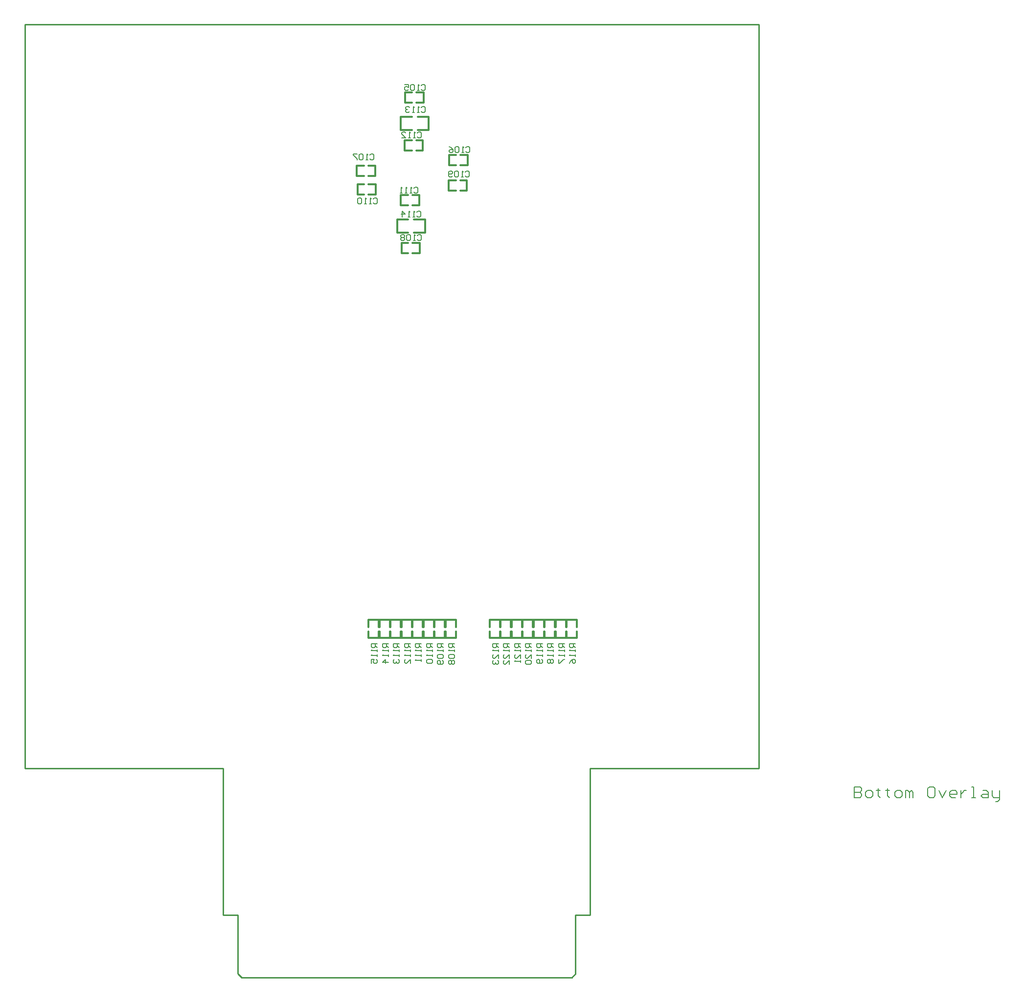
<source format=gbo>
G04*
G04 #@! TF.GenerationSoftware,Altium Limited,CircuitStudio,1.5.2 (30)*
G04*
G04 Layer_Color=12632256*
%FSLAX25Y25*%
%MOIN*%
G70*
G01*
G75*
%ADD29C,0.01200*%
%ADD30C,0.01000*%
%ADD32C,0.00800*%
D29*
X571500Y1314000D02*
X578500D01*
X571500Y1301500D02*
X578500D01*
Y1309000D02*
Y1314000D01*
X571500Y1309000D02*
Y1314000D01*
Y1301500D02*
Y1306000D01*
X578500Y1301500D02*
Y1306000D01*
X520000Y1587000D02*
X527500D01*
X520000Y1578000D02*
X527500D01*
X508500D02*
X516000D01*
X508500Y1587000D02*
X516000D01*
X527500Y1578000D02*
Y1587000D01*
X508500Y1578000D02*
Y1587000D01*
X522500Y1657000D02*
X530000D01*
X522500Y1648000D02*
X530000D01*
X511000D02*
X518500D01*
X511000Y1657000D02*
X518500D01*
X530000Y1648000D02*
Y1657000D01*
X511000Y1648000D02*
Y1657000D01*
X521500Y1641000D02*
X526000D01*
X521500Y1634000D02*
X526000D01*
X513500D02*
X518500D01*
X513500Y1641000D02*
X518500D01*
X526000Y1634000D02*
Y1641000D01*
X513500Y1634000D02*
Y1641000D01*
X519000Y1603500D02*
X523500D01*
X519000Y1596500D02*
X523500D01*
X511000D02*
X516000D01*
X511000Y1603500D02*
X516000D01*
X523500Y1596500D02*
Y1603500D01*
X511000Y1596500D02*
Y1603500D01*
X481500Y1604000D02*
X486000D01*
X481500Y1611000D02*
X486000D01*
X489000D02*
X494000D01*
X489000Y1604000D02*
X494000D01*
X481500D02*
Y1611000D01*
X494000Y1604000D02*
Y1611000D01*
X551500Y1613500D02*
X556000D01*
X551500Y1606500D02*
X556000D01*
X543500D02*
X548500D01*
X543500Y1613500D02*
X548500D01*
X556000Y1606500D02*
Y1613500D01*
X543500Y1606500D02*
Y1613500D01*
X511500Y1564000D02*
X516000D01*
X511500Y1571000D02*
X516000D01*
X519000D02*
X524000D01*
X519000Y1564000D02*
X524000D01*
X511500D02*
Y1571000D01*
X524000Y1564000D02*
Y1571000D01*
X489000Y1623500D02*
X493500D01*
X489000Y1616500D02*
X493500D01*
X481000D02*
X486000D01*
X481000Y1623500D02*
X486000D01*
X493500Y1616500D02*
Y1623500D01*
X481000Y1616500D02*
Y1623500D01*
X544000Y1624000D02*
X548500D01*
X544000Y1631000D02*
X548500D01*
X551500D02*
X556500D01*
X551500Y1624000D02*
X556500D01*
X544000D02*
Y1631000D01*
X556500Y1624000D02*
Y1631000D01*
X514000Y1666500D02*
X518500D01*
X514000Y1673500D02*
X518500D01*
X521500D02*
X526500D01*
X521500Y1666500D02*
X526500D01*
X514000D02*
Y1673500D01*
X526500Y1666500D02*
Y1673500D01*
X541500Y1314000D02*
X548500D01*
X541500Y1301500D02*
X548500D01*
Y1309000D02*
Y1314000D01*
X541500Y1309000D02*
Y1314000D01*
Y1301500D02*
Y1306000D01*
X548500Y1301500D02*
Y1306000D01*
X534000Y1314000D02*
X541000D01*
X534000Y1301500D02*
X541000D01*
Y1309000D02*
Y1314000D01*
X534000Y1309000D02*
Y1314000D01*
Y1301500D02*
Y1306000D01*
X541000Y1301500D02*
Y1306000D01*
X526500Y1314000D02*
X533500D01*
X526500Y1301500D02*
X533500D01*
Y1309000D02*
Y1314000D01*
X526500Y1309000D02*
Y1314000D01*
Y1301500D02*
Y1306000D01*
X533500Y1301500D02*
Y1306000D01*
X519000Y1314000D02*
X526000D01*
X519000Y1301500D02*
X526000D01*
Y1309000D02*
Y1314000D01*
X519000Y1309000D02*
Y1314000D01*
Y1301500D02*
Y1306000D01*
X526000Y1301500D02*
Y1306000D01*
X511500Y1314000D02*
X518500D01*
X511500Y1301500D02*
X518500D01*
Y1309000D02*
Y1314000D01*
X511500Y1309000D02*
Y1314000D01*
Y1301500D02*
Y1306000D01*
X518500Y1301500D02*
Y1306000D01*
X504000Y1314000D02*
X511000D01*
X504000Y1301500D02*
X511000D01*
Y1309000D02*
Y1314000D01*
X504000Y1309000D02*
Y1314000D01*
Y1301500D02*
Y1306000D01*
X511000Y1301500D02*
Y1306000D01*
X496500Y1314000D02*
X503500D01*
X496500Y1301500D02*
X503500D01*
Y1309000D02*
Y1314000D01*
X496500Y1309000D02*
Y1314000D01*
Y1301500D02*
Y1306000D01*
X503500Y1301500D02*
Y1306000D01*
X489000Y1314000D02*
X496000D01*
X489000Y1301500D02*
X496000D01*
Y1309000D02*
Y1314000D01*
X489000Y1309000D02*
Y1314000D01*
Y1301500D02*
Y1306000D01*
X496000Y1301500D02*
Y1306000D01*
X624000Y1314000D02*
X631000D01*
X624000Y1301500D02*
X631000D01*
Y1309000D02*
Y1314000D01*
X624000Y1309000D02*
Y1314000D01*
Y1301500D02*
Y1306000D01*
X631000Y1301500D02*
Y1306000D01*
X616500Y1314000D02*
X623500D01*
X616500Y1301500D02*
X623500D01*
Y1309000D02*
Y1314000D01*
X616500Y1309000D02*
Y1314000D01*
Y1301500D02*
Y1306000D01*
X623500Y1301500D02*
Y1306000D01*
X609000Y1314000D02*
X616000D01*
X609000Y1301500D02*
X616000D01*
Y1309000D02*
Y1314000D01*
X609000Y1309000D02*
Y1314000D01*
Y1301500D02*
Y1306000D01*
X616000Y1301500D02*
Y1306000D01*
X601500Y1314000D02*
X608500D01*
X601500Y1301500D02*
X608500D01*
Y1309000D02*
Y1314000D01*
X601500Y1309000D02*
Y1314000D01*
Y1301500D02*
Y1306000D01*
X608500Y1301500D02*
Y1306000D01*
X594000Y1314000D02*
X601000D01*
X594000Y1301500D02*
X601000D01*
Y1309000D02*
Y1314000D01*
X594000Y1309000D02*
Y1314000D01*
Y1301500D02*
Y1306000D01*
X601000Y1301500D02*
Y1306000D01*
X586500Y1314000D02*
X593500D01*
X586500Y1301500D02*
X593500D01*
Y1309000D02*
Y1314000D01*
X586500Y1309000D02*
Y1314000D01*
Y1301500D02*
Y1306000D01*
X593500Y1301500D02*
Y1306000D01*
X579000Y1314000D02*
X586000D01*
X579000Y1301500D02*
X586000D01*
Y1309000D02*
Y1314000D01*
X579000Y1309000D02*
Y1314000D01*
Y1301500D02*
Y1306000D01*
X586000Y1301500D02*
Y1306000D01*
D30*
X630000Y1112500D02*
X640000D01*
X630000Y1072500D02*
Y1112500D01*
X402500Y1070000D02*
X627500D01*
X400000Y1072500D02*
Y1112500D01*
X390000D02*
X400000D01*
X255000Y1720000D02*
X755000D01*
X255000Y1212500D02*
Y1720000D01*
X627500Y1070000D02*
X630000Y1072500D01*
X400000D02*
X402500Y1070000D01*
X255000Y1212500D02*
X390000D01*
X640000D02*
X755000D01*
X390000Y1112500D02*
Y1212500D01*
X640000Y1112500D02*
Y1212500D01*
X755000D02*
Y1720000D01*
D32*
X577500Y1297500D02*
X573501D01*
Y1295501D01*
X574168Y1294834D01*
X575501D01*
X576167Y1295501D01*
Y1297500D01*
Y1296167D02*
X577500Y1294834D01*
Y1293501D02*
Y1292168D01*
Y1292835D01*
X573501D01*
X574168Y1293501D01*
X577500Y1287503D02*
Y1290169D01*
X574834Y1287503D01*
X574168D01*
X573501Y1288170D01*
Y1289503D01*
X574168Y1290169D01*
Y1286170D02*
X573501Y1285504D01*
Y1284171D01*
X574168Y1283504D01*
X574834D01*
X575501Y1284171D01*
Y1284837D01*
Y1284171D01*
X576167Y1283504D01*
X576834D01*
X577500Y1284171D01*
Y1285504D01*
X576834Y1286170D01*
X521834Y1591832D02*
X522501Y1592499D01*
X523834D01*
X524500Y1591832D01*
Y1589167D01*
X523834Y1588500D01*
X522501D01*
X521834Y1589167D01*
X520501Y1588500D02*
X519168D01*
X519835D01*
Y1592499D01*
X520501Y1591832D01*
X517169Y1588500D02*
X515836D01*
X516503D01*
Y1592499D01*
X517169Y1591832D01*
X511837Y1588500D02*
Y1592499D01*
X513837Y1590499D01*
X511171D01*
X524834Y1663332D02*
X525501Y1663999D01*
X526834D01*
X527500Y1663332D01*
Y1660666D01*
X526834Y1660000D01*
X525501D01*
X524834Y1660666D01*
X523501Y1660000D02*
X522168D01*
X522835D01*
Y1663999D01*
X523501Y1663332D01*
X520169Y1660000D02*
X518836D01*
X519503D01*
Y1663999D01*
X520169Y1663332D01*
X516837D02*
X516170Y1663999D01*
X514837D01*
X514171Y1663332D01*
Y1662666D01*
X514837Y1661999D01*
X515504D01*
X514837D01*
X514171Y1661333D01*
Y1660666D01*
X514837Y1660000D01*
X516170D01*
X516837Y1660666D01*
X522334Y1645832D02*
X523001Y1646499D01*
X524334D01*
X525000Y1645832D01*
Y1643166D01*
X524334Y1642500D01*
X523001D01*
X522334Y1643166D01*
X521001Y1642500D02*
X519668D01*
X520335D01*
Y1646499D01*
X521001Y1645832D01*
X517669Y1642500D02*
X516336D01*
X517003D01*
Y1646499D01*
X517669Y1645832D01*
X511671Y1642500D02*
X514337D01*
X511671Y1645166D01*
Y1645832D01*
X512337Y1646499D01*
X513670D01*
X514337Y1645832D01*
X519834Y1608332D02*
X520501Y1608999D01*
X521834D01*
X522500Y1608332D01*
Y1605667D01*
X521834Y1605000D01*
X520501D01*
X519834Y1605667D01*
X518501Y1605000D02*
X517168D01*
X517835D01*
Y1608999D01*
X518501Y1608332D01*
X515169Y1605000D02*
X513836D01*
X514503D01*
Y1608999D01*
X515169Y1608332D01*
X511837Y1605000D02*
X510504D01*
X511170D01*
Y1608999D01*
X511837Y1608332D01*
X492334Y1600832D02*
X493001Y1601499D01*
X494334D01*
X495000Y1600832D01*
Y1598166D01*
X494334Y1597500D01*
X493001D01*
X492334Y1598166D01*
X491001Y1597500D02*
X489668D01*
X490335D01*
Y1601499D01*
X491001Y1600832D01*
X487669Y1597500D02*
X486336D01*
X487003D01*
Y1601499D01*
X487669Y1600832D01*
X484337D02*
X483670Y1601499D01*
X482337D01*
X481671Y1600832D01*
Y1598166D01*
X482337Y1597500D01*
X483670D01*
X484337Y1598166D01*
Y1600832D01*
X554834Y1619332D02*
X555501Y1619999D01*
X556834D01*
X557500Y1619332D01*
Y1616666D01*
X556834Y1616000D01*
X555501D01*
X554834Y1616666D01*
X553501Y1616000D02*
X552168D01*
X552835D01*
Y1619999D01*
X553501Y1619332D01*
X550169D02*
X549503Y1619999D01*
X548170D01*
X547503Y1619332D01*
Y1616666D01*
X548170Y1616000D01*
X549503D01*
X550169Y1616666D01*
Y1619332D01*
X546170Y1616666D02*
X545504Y1616000D01*
X544171D01*
X543504Y1616666D01*
Y1619332D01*
X544171Y1619999D01*
X545504D01*
X546170Y1619332D01*
Y1618666D01*
X545504Y1617999D01*
X543504D01*
X522334Y1575832D02*
X523001Y1576499D01*
X524334D01*
X525000Y1575832D01*
Y1573166D01*
X524334Y1572500D01*
X523001D01*
X522334Y1573166D01*
X521001Y1572500D02*
X519668D01*
X520335D01*
Y1576499D01*
X521001Y1575832D01*
X517669D02*
X517003Y1576499D01*
X515670D01*
X515003Y1575832D01*
Y1573166D01*
X515670Y1572500D01*
X517003D01*
X517669Y1573166D01*
Y1575832D01*
X513670D02*
X513004Y1576499D01*
X511671D01*
X511004Y1575832D01*
Y1575166D01*
X511671Y1574499D01*
X511004Y1573833D01*
Y1573166D01*
X511671Y1572500D01*
X513004D01*
X513670Y1573166D01*
Y1573833D01*
X513004Y1574499D01*
X513670Y1575166D01*
Y1575832D01*
X513004Y1574499D02*
X511671D01*
X489834Y1630832D02*
X490501Y1631499D01*
X491834D01*
X492500Y1630832D01*
Y1628167D01*
X491834Y1627500D01*
X490501D01*
X489834Y1628167D01*
X488501Y1627500D02*
X487168D01*
X487835D01*
Y1631499D01*
X488501Y1630832D01*
X485169D02*
X484503Y1631499D01*
X483170D01*
X482503Y1630832D01*
Y1628167D01*
X483170Y1627500D01*
X484503D01*
X485169Y1628167D01*
Y1630832D01*
X481170Y1631499D02*
X478505D01*
Y1630832D01*
X481170Y1628167D01*
Y1627500D01*
X555334Y1635832D02*
X556001Y1636499D01*
X557334D01*
X558000Y1635832D01*
Y1633167D01*
X557334Y1632500D01*
X556001D01*
X555334Y1633167D01*
X554001Y1632500D02*
X552668D01*
X553335D01*
Y1636499D01*
X554001Y1635832D01*
X550669D02*
X550003Y1636499D01*
X548670D01*
X548003Y1635832D01*
Y1633167D01*
X548670Y1632500D01*
X550003D01*
X550669Y1633167D01*
Y1635832D01*
X544004Y1636499D02*
X545337Y1635832D01*
X546670Y1634499D01*
Y1633167D01*
X546004Y1632500D01*
X544671D01*
X544004Y1633167D01*
Y1633833D01*
X544671Y1634499D01*
X546670D01*
X524834Y1678332D02*
X525501Y1678999D01*
X526834D01*
X527500Y1678332D01*
Y1675666D01*
X526834Y1675000D01*
X525501D01*
X524834Y1675666D01*
X523501Y1675000D02*
X522168D01*
X522835D01*
Y1678999D01*
X523501Y1678332D01*
X520169D02*
X519503Y1678999D01*
X518170D01*
X517503Y1678332D01*
Y1675666D01*
X518170Y1675000D01*
X519503D01*
X520169Y1675666D01*
Y1678332D01*
X513505Y1678999D02*
X516170D01*
Y1676999D01*
X514837Y1677666D01*
X514171D01*
X513505Y1676999D01*
Y1675666D01*
X514171Y1675000D01*
X515504D01*
X516170Y1675666D01*
X547500Y1297500D02*
X543501D01*
Y1295501D01*
X544168Y1294834D01*
X545501D01*
X546167Y1295501D01*
Y1297500D01*
Y1296167D02*
X547500Y1294834D01*
Y1293501D02*
Y1292168D01*
Y1292835D01*
X543501D01*
X544168Y1293501D01*
Y1290169D02*
X543501Y1289503D01*
Y1288170D01*
X544168Y1287503D01*
X546834D01*
X547500Y1288170D01*
Y1289503D01*
X546834Y1290169D01*
X544168D01*
Y1286170D02*
X543501Y1285504D01*
Y1284171D01*
X544168Y1283504D01*
X544834D01*
X545501Y1284171D01*
X546167Y1283504D01*
X546834D01*
X547500Y1284171D01*
Y1285504D01*
X546834Y1286170D01*
X546167D01*
X545501Y1285504D01*
X544834Y1286170D01*
X544168D01*
X545501Y1285504D02*
Y1284171D01*
X540000Y1297500D02*
X536001D01*
Y1295501D01*
X536668Y1294834D01*
X538001D01*
X538667Y1295501D01*
Y1297500D01*
Y1296167D02*
X540000Y1294834D01*
Y1293501D02*
Y1292168D01*
Y1292835D01*
X536001D01*
X536668Y1293501D01*
Y1290169D02*
X536001Y1289503D01*
Y1288170D01*
X536668Y1287503D01*
X539334D01*
X540000Y1288170D01*
Y1289503D01*
X539334Y1290169D01*
X536668D01*
X539334Y1286170D02*
X540000Y1285504D01*
Y1284171D01*
X539334Y1283504D01*
X536668D01*
X536001Y1284171D01*
Y1285504D01*
X536668Y1286170D01*
X537334D01*
X538001Y1285504D01*
Y1283504D01*
X532500Y1297500D02*
X528501D01*
Y1295501D01*
X529168Y1294834D01*
X530501D01*
X531167Y1295501D01*
Y1297500D01*
Y1296167D02*
X532500Y1294834D01*
Y1293501D02*
Y1292168D01*
Y1292835D01*
X528501D01*
X529168Y1293501D01*
X532500Y1290169D02*
Y1288836D01*
Y1289503D01*
X528501D01*
X529168Y1290169D01*
Y1286837D02*
X528501Y1286170D01*
Y1284837D01*
X529168Y1284171D01*
X531834D01*
X532500Y1284837D01*
Y1286170D01*
X531834Y1286837D01*
X529168D01*
X525000Y1297500D02*
X521001D01*
Y1295501D01*
X521668Y1294834D01*
X523001D01*
X523667Y1295501D01*
Y1297500D01*
Y1296167D02*
X525000Y1294834D01*
Y1293501D02*
Y1292168D01*
Y1292835D01*
X521001D01*
X521668Y1293501D01*
X525000Y1290169D02*
Y1288836D01*
Y1289503D01*
X521001D01*
X521668Y1290169D01*
X525000Y1286837D02*
Y1285504D01*
Y1286170D01*
X521001D01*
X521668Y1286837D01*
X517500Y1297500D02*
X513501D01*
Y1295501D01*
X514168Y1294834D01*
X515501D01*
X516167Y1295501D01*
Y1297500D01*
Y1296167D02*
X517500Y1294834D01*
Y1293501D02*
Y1292168D01*
Y1292835D01*
X513501D01*
X514168Y1293501D01*
X517500Y1290169D02*
Y1288836D01*
Y1289503D01*
X513501D01*
X514168Y1290169D01*
X517500Y1284171D02*
Y1286837D01*
X514834Y1284171D01*
X514168D01*
X513501Y1284837D01*
Y1286170D01*
X514168Y1286837D01*
X510000Y1297500D02*
X506001D01*
Y1295501D01*
X506668Y1294834D01*
X508001D01*
X508667Y1295501D01*
Y1297500D01*
Y1296167D02*
X510000Y1294834D01*
Y1293501D02*
Y1292168D01*
Y1292835D01*
X506001D01*
X506668Y1293501D01*
X510000Y1290169D02*
Y1288836D01*
Y1289503D01*
X506001D01*
X506668Y1290169D01*
Y1286837D02*
X506001Y1286170D01*
Y1284837D01*
X506668Y1284171D01*
X507334D01*
X508001Y1284837D01*
Y1285504D01*
Y1284837D01*
X508667Y1284171D01*
X509334D01*
X510000Y1284837D01*
Y1286170D01*
X509334Y1286837D01*
X502500Y1297500D02*
X498501D01*
Y1295501D01*
X499168Y1294834D01*
X500501D01*
X501167Y1295501D01*
Y1297500D01*
Y1296167D02*
X502500Y1294834D01*
Y1293501D02*
Y1292168D01*
Y1292835D01*
X498501D01*
X499168Y1293501D01*
X502500Y1290169D02*
Y1288836D01*
Y1289503D01*
X498501D01*
X499168Y1290169D01*
X502500Y1284837D02*
X498501D01*
X500501Y1286837D01*
Y1284171D01*
X495000Y1297500D02*
X491001D01*
Y1295501D01*
X491668Y1294834D01*
X493001D01*
X493667Y1295501D01*
Y1297500D01*
Y1296167D02*
X495000Y1294834D01*
Y1293501D02*
Y1292168D01*
Y1292835D01*
X491001D01*
X491668Y1293501D01*
X495000Y1290169D02*
Y1288836D01*
Y1289503D01*
X491001D01*
X491668Y1290169D01*
X491001Y1284171D02*
Y1286837D01*
X493001D01*
X492334Y1285504D01*
Y1284837D01*
X493001Y1284171D01*
X494334D01*
X495000Y1284837D01*
Y1286170D01*
X494334Y1286837D01*
X630000Y1297500D02*
X626001D01*
Y1295501D01*
X626668Y1294834D01*
X628001D01*
X628667Y1295501D01*
Y1297500D01*
Y1296167D02*
X630000Y1294834D01*
Y1293501D02*
Y1292168D01*
Y1292835D01*
X626001D01*
X626668Y1293501D01*
X630000Y1290169D02*
Y1288836D01*
Y1289503D01*
X626001D01*
X626668Y1290169D01*
X626001Y1284171D02*
X626668Y1285504D01*
X628001Y1286837D01*
X629334D01*
X630000Y1286170D01*
Y1284837D01*
X629334Y1284171D01*
X628667D01*
X628001Y1284837D01*
Y1286837D01*
X622500Y1297500D02*
X618501D01*
Y1295501D01*
X619168Y1294834D01*
X620501D01*
X621167Y1295501D01*
Y1297500D01*
Y1296167D02*
X622500Y1294834D01*
Y1293501D02*
Y1292168D01*
Y1292835D01*
X618501D01*
X619168Y1293501D01*
X622500Y1290169D02*
Y1288836D01*
Y1289503D01*
X618501D01*
X619168Y1290169D01*
X618501Y1286837D02*
Y1284171D01*
X619168D01*
X621834Y1286837D01*
X622500D01*
X615000Y1297500D02*
X611001D01*
Y1295501D01*
X611668Y1294834D01*
X613001D01*
X613667Y1295501D01*
Y1297500D01*
Y1296167D02*
X615000Y1294834D01*
Y1293501D02*
Y1292168D01*
Y1292835D01*
X611001D01*
X611668Y1293501D01*
X615000Y1290169D02*
Y1288836D01*
Y1289503D01*
X611001D01*
X611668Y1290169D01*
Y1286837D02*
X611001Y1286170D01*
Y1284837D01*
X611668Y1284171D01*
X612334D01*
X613001Y1284837D01*
X613667Y1284171D01*
X614334D01*
X615000Y1284837D01*
Y1286170D01*
X614334Y1286837D01*
X613667D01*
X613001Y1286170D01*
X612334Y1286837D01*
X611668D01*
X613001Y1286170D02*
Y1284837D01*
X607500Y1297500D02*
X603501D01*
Y1295501D01*
X604168Y1294834D01*
X605501D01*
X606167Y1295501D01*
Y1297500D01*
Y1296167D02*
X607500Y1294834D01*
Y1293501D02*
Y1292168D01*
Y1292835D01*
X603501D01*
X604168Y1293501D01*
X607500Y1290169D02*
Y1288836D01*
Y1289503D01*
X603501D01*
X604168Y1290169D01*
X606834Y1286837D02*
X607500Y1286170D01*
Y1284837D01*
X606834Y1284171D01*
X604168D01*
X603501Y1284837D01*
Y1286170D01*
X604168Y1286837D01*
X604834D01*
X605501Y1286170D01*
Y1284171D01*
X600000Y1297500D02*
X596001D01*
Y1295501D01*
X596668Y1294834D01*
X598001D01*
X598667Y1295501D01*
Y1297500D01*
Y1296167D02*
X600000Y1294834D01*
Y1293501D02*
Y1292168D01*
Y1292835D01*
X596001D01*
X596668Y1293501D01*
X600000Y1287503D02*
Y1290169D01*
X597334Y1287503D01*
X596668D01*
X596001Y1288170D01*
Y1289503D01*
X596668Y1290169D01*
Y1286170D02*
X596001Y1285504D01*
Y1284171D01*
X596668Y1283504D01*
X599334D01*
X600000Y1284171D01*
Y1285504D01*
X599334Y1286170D01*
X596668D01*
X592500Y1297500D02*
X588501D01*
Y1295501D01*
X589168Y1294834D01*
X590501D01*
X591167Y1295501D01*
Y1297500D01*
Y1296167D02*
X592500Y1294834D01*
Y1293501D02*
Y1292168D01*
Y1292835D01*
X588501D01*
X589168Y1293501D01*
X592500Y1287503D02*
Y1290169D01*
X589834Y1287503D01*
X589168D01*
X588501Y1288170D01*
Y1289503D01*
X589168Y1290169D01*
X592500Y1286170D02*
Y1284837D01*
Y1285504D01*
X588501D01*
X589168Y1286170D01*
X585000Y1297500D02*
X581001D01*
Y1295501D01*
X581668Y1294834D01*
X583001D01*
X583667Y1295501D01*
Y1297500D01*
Y1296167D02*
X585000Y1294834D01*
Y1293501D02*
Y1292168D01*
Y1292835D01*
X581001D01*
X581668Y1293501D01*
X585000Y1287503D02*
Y1290169D01*
X582334Y1287503D01*
X581668D01*
X581001Y1288170D01*
Y1289503D01*
X581668Y1290169D01*
X585000Y1283504D02*
Y1286170D01*
X582334Y1283504D01*
X581668D01*
X581001Y1284171D01*
Y1285504D01*
X581668Y1286170D01*
X820000Y1199998D02*
Y1192500D01*
X823749D01*
X824998Y1193750D01*
Y1194999D01*
X823749Y1196249D01*
X820000D01*
X823749D01*
X824998Y1197498D01*
Y1198748D01*
X823749Y1199998D01*
X820000D01*
X828747Y1192500D02*
X831246D01*
X832496Y1193750D01*
Y1196249D01*
X831246Y1197498D01*
X828747D01*
X827498Y1196249D01*
Y1193750D01*
X828747Y1192500D01*
X836245Y1198748D02*
Y1197498D01*
X834995D01*
X837494D01*
X836245D01*
Y1193750D01*
X837494Y1192500D01*
X842493Y1198748D02*
Y1197498D01*
X841243D01*
X843742D01*
X842493D01*
Y1193750D01*
X843742Y1192500D01*
X848741D02*
X851240D01*
X852489Y1193750D01*
Y1196249D01*
X851240Y1197498D01*
X848741D01*
X847491Y1196249D01*
Y1193750D01*
X848741Y1192500D01*
X854989D02*
Y1197498D01*
X856238D01*
X857488Y1196249D01*
Y1192500D01*
Y1196249D01*
X858737Y1197498D01*
X859987Y1196249D01*
Y1192500D01*
X873733Y1199998D02*
X871233D01*
X869984Y1198748D01*
Y1193750D01*
X871233Y1192500D01*
X873733D01*
X874982Y1193750D01*
Y1198748D01*
X873733Y1199998D01*
X877481Y1197498D02*
X879981Y1192500D01*
X882480Y1197498D01*
X888728Y1192500D02*
X886229D01*
X884979Y1193750D01*
Y1196249D01*
X886229Y1197498D01*
X888728D01*
X889977Y1196249D01*
Y1194999D01*
X884979D01*
X892477Y1197498D02*
Y1192500D01*
Y1194999D01*
X893726Y1196249D01*
X894976Y1197498D01*
X896225D01*
X899974Y1192500D02*
X902473D01*
X901224D01*
Y1199998D01*
X899974D01*
X907472Y1197498D02*
X909971D01*
X911220Y1196249D01*
Y1192500D01*
X907472D01*
X906222Y1193750D01*
X907472Y1194999D01*
X911220D01*
X913720Y1197498D02*
Y1193750D01*
X914969Y1192500D01*
X918718D01*
Y1191250D01*
X917468Y1190001D01*
X916219D01*
X918718Y1192500D02*
Y1197498D01*
M02*

</source>
